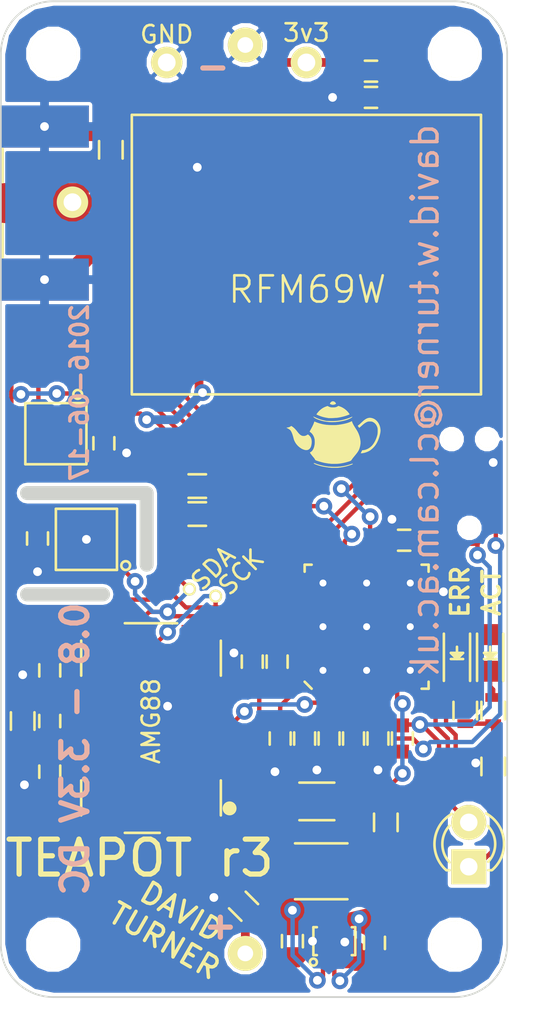
<source format=kicad_pcb>
(kicad_pcb (version 20211014) (generator pcbnew)
  (layers (0 "F.Cu" signal) (31 "B.Cu" signal) (34 "B.Paste" user) (35 "F.Paste" user) (36 "B.SilkS" user "B.Silkscreen") (37 "F.SilkS" user "F.Silkscreen") (38 "B.Mask" user) (39 "F.Mask" user) (44 "Edge.Cuts" user))
  (net 0 "")
  (net 1 "Net-(C1-Pad1)")
  (net 2 "GND")
  (net 3 "+3V3")
  (net 4 "Net-(C8-Pad1)")
  (net 5 "Net-(C9-Pad1)")
  (net 6 "/nRST")
  (net 7 "Net-(D3-Pad2)")
  (net 8 "Net-(D4-Pad1)")
  (net 9 "Net-(D5-Pad1)")
  (net 10 "Net-(L1-Pad2)")
  (net 11 "/SWDIO")
  (net 12 "/SWCLK")
  (net 13 "/LIGHT_SENSE")
  (net 14 "/I2C_SCK")
  (net 15 "/I2C_SDA")
  (net 16 "/RFM_RESET")
  (net 17 "/RFM_SCK")
  (net 18 "/RFM_MISO")
  (net 19 "/RFM_MOSI")
  (net 20 "/RFM_NSS")
  (net 21 "/LED_GREEN")
  (net 22 "/LED_YELLOW")
  (net 23 "/LIGHT_EN")
  (net 24 "/BATT_MON")
  (net 25 "Net-(U4-Pad3)")
  (net 26 "Net-(U4-Pad4)")
  (net 27 "Net-(U4-Pad5)")
  (net 28 "Net-(U4-Pad7)")
  (net 29 "Net-(U4-Pad16)")
  (net 30 "Net-(U6-Pad3)")
  (net 31 "Net-(U6-Pad4)")
  (net 32 "Net-(P3-Pad6)")
  (net 33 "Net-(U101-Pad11)")
  (net 34 "Net-(U101-Pad14)")
  (net 35 "Net-(U101-Pad8)")
  (net 36 "Net-(U101-Pad1)")
  (net 37 "Net-(U101-Pad7)")
  (net 38 "Net-(IC101-Pad5)")
  (net 39 "Net-(IC101-Pad6)")
  (net 40 "Net-(IC101-Pad11)")
  (net 41 "Net-(IC101-Pad14)")
  (net 42 "Net-(IC101-Pad15)")
  (net 43 "Net-(IC101-Pad16)")
  (net 44 "Net-(IC101-Pad20)")
  (net 45 "Net-(IC101-Pad21)")
  (net 46 "Net-(IC101-Pad22)")
  (net 47 "Net-(IC101-Pad25)")
  (net 48 "Net-(IC101-Pad26)")
  (net 49 "Net-(IC101-Pad27)")
  (net 50 "Net-(IC101-Pad28)")
  (net 51 "Net-(IC101-Pad29)")
  (net 52 "Net-(IC101-Pad30)")
  (net 53 "Net-(IC101-Pad31)")
  (net 54 "Net-(IC101-Pad35)")
  (net 55 "Net-(IC101-Pad36)")
  (net 56 "Net-(IC101-Pad38)")
  (net 57 "Net-(IC101-Pad45)")
  (net 58 "Net-(IC101-Pad46)")
  (net 59 "/AMG88_INT")
  (net 60 "Net-(C103-Pad1)")
  (net 61 "Net-(C102-Pad1)")
  (net 62 "Net-(C102-Pad2)")
  (net 63 "Net-(U4-Pad2)")
  (net 64 "Net-(U4-Pad6)")
  (net 65 "Net-(IC101-Pad19)")
  (footprint "Capacitors_SMD:C_0603" (layer "F.Cu") (at 128.7 139.8 -90)
    (fp_text reference "C1" hide)
    (fp_text value "10u")
  )
  (footprint "Capacitors_SMD:C_0603" (layer "F.Cu") (at 133.4 139.9 -90)
    (fp_text reference "C3" hide)
    (fp_text value "10u")
  )
  (footprint "Capacitors_SMD:C_0603" (layer "F.Cu") (at 133.2 90 180)
    (fp_text reference "C6" hide)
    (fp_text value "10u")
  )
  (footprint "Capacitors_SMD:C_0603" (layer "F.Cu") (at 133.2 91.5 180)
    (fp_text reference "C7" hide)
    (fp_text value "100n")
  )
  (footprint "Capacitors_SMD:C_0603" (layer "F.Cu") (at 130.8 128.2 -90)
    (fp_text reference "C8" hide)
    (fp_text value "15p")
  )
  (footprint "Capacitors_SMD:C_0603" (layer "F.Cu") (at 129.4 128.2 -90)
    (fp_text reference "C9" hide)
    (fp_text value "15p")
  )
  (footprint "Capacitors_SMD:C_0603" (layer "F.Cu") (at 132.2 128.2 -90)
    (fp_text reference "C10" hide)
    (fp_text value "100n")
  )
  (footprint "Capacitors_SMD:C_0603" (layer "F.Cu") (at 135.1 116.85 180)
    (fp_text reference "C11" hide)
    (fp_text value "100n")
  )
  (footprint "Capacitors_SMD:C_0603" (layer "F.Cu") (at 135 128.2 -90)
    (fp_text reference "C12" hide)
    (fp_text value "1u")
  )
  (footprint "Capacitors_SMD:C_0603" (layer "F.Cu") (at 133.6 128.2 -90)
    (fp_text reference "C13" hide)
    (fp_text value "100n")
  )
  (footprint "Capacitors_SMD:C_0603" (layer "F.Cu") (at 114.1 116.75 90)
    (fp_text reference "C14" hide)
    (fp_text value "100n")
  )
  (footprint "Capacitors_SMD:C_0603" (layer "F.Cu") (at 127.825 123.8 90)
    (fp_text reference "C15" hide)
    (fp_text value "100n")
  )
  (footprint "Capacitors_SMD:C_0603" (layer "F.Cu") (at 126.4 123.8 90)
    (fp_text reference "C16" hide)
    (fp_text value "10u")
  )
  (footprint "Capacitors_SMD:C_0603" (layer "F.Cu") (at 117.9 111.3 -90)
    (fp_text reference "C17" hide)
    (fp_text value "100n")
  )
  (footprint "Resistors_SMD:R_0603" (layer "F.Cu") (at 125.9 137.8 135)
    (fp_text reference "D1" hide)
    (fp_text value "TVS_small")
  )
  (footprint "Resistors_SMD:R_0603" (layer "F.Cu") (at 118.3 94.5 -90)
    (fp_text reference "D3" hide)
    (fp_text value "TVS_small")
  )
  (footprint "LEDs:LED_0805" (layer "F.Cu") (at 140.025 123.3 90)
    (fp_text reference "D4" hide)
    (fp_text value "GREEN")
  )
  (footprint "LEDs:LED_0805" (layer "F.Cu") (at 138.125 123.3 90)
    (fp_text reference "D5" hide)
    (fp_text value "YELLOW")
  )
  (footprint "footprints:Inductor_1212" (layer "F.Cu") (at 130.35 135.8)
    (fp_text reference "L1" hide)
    (fp_text value "4u7")
  )
  (footprint "agg:TC2030-NL" (layer "F.Cu") (at 138.83 113.6 90)
    (fp_text reference "P3")
    (fp_text value "SWD_TC")
  )
  (footprint "LEDs:LED-3MM" (layer "F.Cu") (at 138.8 135.54 90)
    (fp_text reference "Q1" hide)
    (fp_text value "TEPT4400")
  )
  (footprint "Resistors_SMD:R_0603" (layer "F.Cu") (at 134.05 133 90)
    (fp_text reference "R1" hide)
    (fp_text value "10k")
  )
  (footprint "Resistors_SMD:R_0603" (layer "F.Cu") (at 123.25 115.35)
    (fp_text reference "R3" hide)
    (fp_text value "10k")
  )
  (footprint "Resistors_SMD:R_0603" (layer "F.Cu") (at 123.25 113.75 180)
    (fp_text reference "R4" hide)
    (fp_text value "10k")
  )
  (footprint "Resistors_SMD:R_0603" (layer "F.Cu") (at 140.2 126.6 -90)
    (fp_text reference "R5" hide)
    (fp_text value "1k")
  )
  (footprint "Resistors_SMD:R_0603" (layer "F.Cu") (at 138.6 126.6 -90)
    (fp_text reference "R6" hide)
    (fp_text value "1k")
  )
  (footprint "Resistors_SMD:R_0603" (layer "F.Cu") (at 140.2 129.8 90)
    (fp_text reference "R7" hide)
    (fp_text value "10k")
  )
  (footprint "footprints:Test_point" (layer "F.Cu") (at 116.1 97.5)
    (fp_text reference "TP1" hide)
    (fp_text value "ANT" hide)
  )
  (footprint "footprints:Test_point" (layer "F.Cu") (at 129.5 89.5)
    (fp_text reference "TP2" hide)
    (fp_text value "3v3")
  )
  (footprint "footprints:Test_point" (layer "F.Cu") (at 121.5 89.5)
    (fp_text reference "TP3" hide)
    (fp_text value "GND")
  )
  (footprint "footprints:Test_point_mini" (layer "F.Cu") (at 124.3 120.05 45)
    (fp_text reference "TP4" hide)
    (fp_text value "SCK")
  )
  (footprint "footprints:Test_point_mini" (layer "F.Cu") (at 122.8 119.65 45)
    (fp_text reference "TP5" hide)
    (fp_text value "SDA")
  )
  (footprint "footprints:SC-70" (layer "F.Cu") (at 131.1 139.8)
    (fp_text reference "U2" hide)
    (fp_text value "TLV61225" hide)
  )
  (footprint "footprints:RFM69" (layer "F.Cu") (at 129.5 100.5 180)
    (fp_text reference "U4" hide)
    (fp_text value "RFM69W")
  )
  (footprint "footprints:HTU21D" (layer "F.Cu") (at 116.9 116.8 180)
    (fp_text reference "U6" hide)
    (fp_text value "HTU21D" hide)
  )
  (footprint "footprints:MS563702" (layer "F.Cu") (at 115.15 110.75 -90)
    (fp_text reference "U7" hide)
    (fp_text value "MS5637" hide)
  )
  (footprint "footprints:XTAL_1206" (layer "F.Cu") (at 130.1 131.8 180)
    (fp_text reference "Y1" hide)
    (fp_text value "32.768k")
  )
  (footprint "footprints:AA_holder" (layer "F.Cu") (at 126 114.5 -90)
    (fp_text reference "P1" hide)
    (fp_text value "BATT" hide)
  )
  (footprint "footprints:AMG88" (layer "F.Cu") (at 120.6 127.6 90)
    (fp_text reference "U101" hide)
    (fp_text value "AMG88")
  )
  (footprint "agg:QFN-48-EP-ST" (layer "F.Cu") (at 132.95 121.8 90)
    (fp_text reference "IC101")
    (fp_text value "STM32F0xxCxUx")
  )
  (footprint "Mounting_Holes:MountingHole_2.7mm_M2.5" (layer "F.Cu") (at 115 89)
    (fp_text reference "X104" hide)
    (fp_text value "PART")
  )
  (footprint "Mounting_Holes:MountingHole_2.7mm_M2.5" (layer "F.Cu") (at 138 89)
    (fp_text reference "X103" hide)
    (fp_text value "PART")
  )
  (footprint "Mounting_Holes:MountingHole_2.7mm_M2.5" (layer "F.Cu") (at 115 140)
    (fp_text reference "X102" hide)
    (fp_text value "PART")
  )
  (footprint "Mounting_Holes:MountingHole_2.7mm_M2.5" (layer "F.Cu") (at 138 140)
    (fp_text reference "X101" hide)
    (fp_text value "PART")
  )
  (footprint "Capacitors_SMD:C_0603" (layer "F.Cu") (at 128 128.2 -90)
    (fp_text reference "C101" hide)
    (fp_text value "100n")
  )
  (footprint "Resistors_SMD:R_0603" (layer "F.Cu") (at 113.25 127.2 90)
    (fp_text reference "R101" hide)
    (fp_text value "20R")
  )
  (footprint "Capacitors_SMD:C_0603" (layer "F.Cu") (at 114.8 127.2 -90)
    (fp_text reference "C102" hide)
    (fp_text value "1u")
  )
  (footprint "Capacitors_SMD:C_0603" (layer "F.Cu") (at 114.8 130.1 -90)
    (fp_text reference "C103" hide)
    (fp_text value "1.5uF")
  )
  (footprint "Capacitors_SMD:C_0603" (layer "F.Cu") (at 114.8 124.3 90)
    (fp_text reference "C104" hide)
    (fp_text value "10u")
  )
  (footprint "footprints:teapot" (layer "F.Cu") (at 130.95 110.8)
    (fp_text reference "X105" hide)
    (fp_text value "PART" hide)
  )
  (footprint "footprints:SMA-142-0701-801" (layer "F.Cu") (at 114.5 97.55 90)
    (fp_text reference "P101" hide)
    (fp_text value "SMA" hide)
  )
  (gr_arc (start 115 143) (mid 112.87868 142.12132) (end 112 140) (layer "Edge.Cuts") (width 0.1))
  (gr_line (start 113.5 114.15) (end 120.35 114.15) (layer "Edge.Cuts") (width 0.8))
  (gr_arc (start 138 86) (mid 140.12132 86.87868) (end 141 89) (layer "Edge.Cuts") (width 0.1))
  (gr_line (start 141 140) (end 141 89) (layer "Edge.Cuts") (width 0.1))
  (gr_arc (start 112 89) (mid 112.87868 86.87868) (end 115 86) (layer "Edge.Cuts") (width 0.1))
  (gr_line (start 120.35 114.15) (end 120.35 118.25) (layer "Edge.Cuts") (width 0.8))
  (gr_line (start 138 86) (end 115 86) (layer "Edge.Cuts") (width 0.1))
  (gr_line (start 113.5 119.95) (end 117.85 119.95) (layer "Edge.Cuts") (width 0.8))
  (gr_line (start 112 89) (end 112 140) (layer "Edge.Cuts") (width 0.1))
  (gr_line (start 115 143) (end 138 143) (layer "Edge.Cuts") (width 0.1))
  (gr_arc (start 141 140) (mid 140.12132 142.12132) (end 138 143) (layer "Edge.Cuts") (width 0.1))
  (gr_text "2016-06-17" (at 116.5 108.4 90) (layer "B.SilkS") (effects (font (size 1 1) (thickness 0.2)) (justify mirror)))
  (gr_text "+" (at 124.57 138.89) (layer "B.SilkS") (effects (font (size 1.5 1.5) (thickness 0.3)) (justify mirror)))
  (gr_text "david.w.turner@cl.cam.ac.uk" (at 136.3 108.85 90) (layer "B.SilkS") (effects (font (size 1.5 1.5) (thickness 0.2)) (justify mirror)))
  (gr_text "-" (at 124.14 89.71) (layer "B.SilkS") (effects (font (size 1.5 1.5) (thickness 0.3)) (justify mirror)))
  (gr_text "0.8 - 3.3V DC" (at 116.25 128.8 90) (layer "B.SilkS") (effects (font (size 1.5 1.5) (thickness 0.3)) (justify mirror)))
  (gr_text "DAVID\nTURNER" (at 121.85 138.95 -30) (layer "F.SilkS") (effects (font (size 1.2 1.2) (thickness 0.2))))
  (gr_text "TEAPOT r3" (at 119.95 135.05) (layer "F.SilkS") (effects (font (size 2 2) (thickness 0.3))))
  (gr_text "ERR" (at 138.3 119.8 90) (layer "F.SilkS") (effects (font (size 1 1) (thickness 0.2))))
  (gr_text "ACT" (at 140.1 119.85 90) (layer "F.SilkS") (effects (font (size 1 1) (thickness 0.2))))
  (segment (start 128.7 139.05) (end 128.7 138.25) (width 0.3) (layer "F.Cu") (net 1))
  (segment (start 126.72 138.03) (end 128.7 138.03) (width 0.5) (layer "F.Cu") (net 1))
  (segment (start 127.65 137.25) (end 128.43 138.03) (width 0.25) (layer "F.Cu") (net 1))
  (segment (start 130.45 141.8) (end 130.21 142.04) (width 0.25) (layer "F.Cu") (net 1))
  (segment (start 128.43 138.03) (end 128.7 138.03) (width 0.25) (layer "F.Cu") (net 1))
  (segment (start 126.2 139.9) (end 126.2 140.5) (width 0.75) (layer "F.Cu") (net 1))
  (segment (start 128.5 136.35) (end 129.05 135.8) (width 0.25) (layer "F.Cu") (net 1))
  (segment (start 128 133.75) (end 127.65 134.1) (width 0.25) (layer "F.Cu") (net 1))
  (segment (start 126 138.75) (end 126.72 138.03) (width 0.5) (layer "F.Cu") (net 1))
  (segment (start 126 140.5) (end 126 138.75) (width 0.5) (layer "F.Cu") (net 1))
  (segment (start 130.45 138.7) (end 129.05 138.7) (width 0.3) (layer "F.Cu") (net 1))
  (segment (start 129.05 138.7) (end 128.7 139.05) (width 0.3) (layer "F.Cu") (net 1))
  (segment (start 134.05 133.75) (end 128 133.75) (width 0.25) (layer "F.Cu") (net 1))
  (segment (start 128.7 138.03) (end 128.71 138.02) (width 0.25) (layer "F.Cu") (net 1))
  (segment (start 128.7 138.25) (end 128.7 138.03) (width 0.25) (layer "F.Cu") (net 1))
  (segment (start 130.45 140.9) (end 130.45 141.8) (width 0.25) (layer "F.Cu") (net 1))
  (segment (start 127.65 134.1) (end 127.65 137.25) (width 0.25) (layer "F.Cu") (net 1))
  (segment (start 128.45 138.8) (end 128.7 139.05) (width 0.75) (layer "F.Cu") (net 1))
  (segment (start 130.21 142.04) (end 130.13 142.04) (width 0.25) (layer "F.Cu") (net 1))
  (via (at 128.7 138.03) (size 0.96) (drill 0.5) (layers "F.Cu" "B.Cu") (net 1))
  (via (at 130.13 142.04) (size 0.96) (drill 0.5) (layers "F.Cu" "B.Cu") (net 1))
  (segment (start 128.71 140.44) (end 128.71 138.02) (width 0.25) (layer "B.Cu") (net 1))
  (segment (start 130.13 142.04) (end 128.71 140.62) (width 0.25) (layer "B.Cu") (net 1))
  (segment (start 128.71 140.62) (end 128.71 140.44) (width 0.25) (layer "B.Cu") (net 1))
  (segment (start 128.325 122.55) (end 127.825 123.05) (width 0.25) (layer "F.Cu") (net 2))
  (segment (start 114.8 123.55) (end 114.25 123.55) (width 0.25) (layer "F.Cu") (net 2))
  (segment (start 120.65 97.5) (end 120.05 97.5) (width 1) (layer "F.Cu") (net 2))
  (segment (start 120.65 93.5) (end 114.8315 93.5) (width 1) (layer "F.Cu") (net 2))
  (segment (start 128.9 124.05) (end 129.575 124.05) (width 0.25) (layer "F.Cu") (net 2))
  (segment (start 132.9 140.65) (end 132.1 139.85) (width 0.25) (layer "F.Cu") (net 2))
  (segment (start 127.9 123.05) (end 128.9 124.05) (width 0.25) (layer "F.Cu") (net 2))
  (segment (start 130.4 139.85) (end 130.35 139.8) (width 0.25) (layer "F.Cu") (net 2))
  (segment (start 121.84 125.06) (end 121.55 125.35) (width 0.25) (layer "F.Cu") (net 2))
  (segment (start 134.35 115.7) (end 134.4 115.65) (width 0.25) (layer "F.Cu") (net 2))
  (segment (start 116.9 111.75) (end 117.2 112.05) (width 0.25) (layer "F.Cu") (net 2))
  (segment (start 139.47 112.33) (end 140.13 112.33) (width 0.25) (layer "F.Cu") (net 2))
  (segment (start 130.1 128.95) (end 129.4 128.95) (width 0.25) (layer "F.Cu") (net 2))
  (segment (start 118.3 93.75) (end 120.4 93.75) (width 0.25) (layer "F.Cu") (net 2))
  (segment (start 130.35 139.8) (end 129.85 139.8) (width 0.25) (layer "F.Cu") (net 2))
  (segment (start 133.6 128.95) (end 135 128.95) (width 0.25) (layer "F.Cu") (net 2))
  (segment (start 121.57 126.33) (end 121.55 126.35) (width 0.25) (layer "F.Cu") (net 2))
  (segment (start 133.7 122.55) (end 132.95 121.8) (width 0.25) (layer "F.Cu") (net 2))
  (segment (start 140.2 127.35) (end 140.2 129.05) (width 0.25) (layer "F.Cu") (net 2))
  (segment (start 125.6 123.05) (end 125.35 123.3) (width 0.25) (layer "F.Cu") (net 2))
  (segment (start 130.1 128.95) (end 130.1 130) (width 0.25) (layer "F.Cu") (net 2))
  (segment (start 114.8 130.85) (end 113.35 130.85) (width 0.25) (layer "F.Cu") (net 2))
  (segment (start 133.6 128.95) (end 132.2 128.95) (width 0.25) (layer "F.Cu") (net 2))
  (segment (start 122.55 97.5) (end 120.65 97.5) (width 1) (layer "F.Cu") (net 2))
  (segment (start 127.825 123.05) (end 127.9 123.05) (width 0.25) (layer "F.Cu") (net 2))
  (segment (start 115.4185 101.9315) (end 114.5 101.9315) (width 1) (layer "F.Cu") (net 2))
  (segment (start 118.25 116.8) (end 116.9 116.8) (width 0.25) (layer "F.Cu") (net 2))
  (segment (start 133.7 125.175) (end 133.7 122.55) (width 0.25) (layer "F.Cu") (net 2))
  (segment (start 131.7 139.85) (end 130.4 139.85) (width 0.25) (layer "F.Cu") (net 2))
  (segment (start 140.2 127.35) (end 138.6 127.35) (width 0.25) (layer "F.Cu") (net 2))
  (segment (start 120.4 93.75) (end 120.65 93.5) (width 0.25) (layer "F.Cu") (net 2))
  (segment (start 117.2 112.05) (end 117.9 112.05) (width 0.25) (layer "F.Cu") (net 2))
  (segment (start 126.4 123.05) (end 127.825 123.05) (width 0.25) (layer "F.Cu") (net 2))
  (segment (start 113.25 126.45) (end 113.25 124.55) (width 0.25) (layer "F.Cu") (net 2))
  (segment (start 126.4 123.05) (end 125.6 123.05) (width 0.25) (layer "F.Cu") (net 2))
  (segment (start 123.65 125.06) (end 121.84 125.06) (width 0.25) (layer "F.Cu") (net 2))
  (segment (start 130.8 128.95) (end 130.1 128.95) (width 0.25) (layer "F.Cu") (net 2))
  (segment (start 136.325 119.55) (end 137.1 119.55) (width 0.25) (layer "F.Cu") (net 2))
  (segment (start 140.13 112.33) (end 140.2 112.4) (width 0.25) (layer "F.Cu") (net 2))
  (segment (start 135.2 119.55) (end 132.95 121.8) (width 0.25) (layer "F.Cu") (net 2))
  (segment (start 123.25 94.35) (end 123.25 95.5) (width 1) (layer "F.Cu") (net 2))
  (segment (start 132.45 90) (end 132.45 91.5) (width 0.5) (layer "F.Cu") (net 2))
  (segment (start 125.36967 137.26967) (end 124.23033 137.26967) (width 0.25) (layer "F.Cu") (net 2))
  (segment (start 132.2 122.55) (end 132.95 121.8) (width 0.25) (layer "F.Cu") (net 2))
  (segment (start 132.45 91.5) (end 131 91.5) (width 0.5) (layer "F.Cu") (net 2))
  (segment (start 140.2 129.05) (end 139.75 129.05) (width 0.25) (layer "F.Cu") (net 2))
  (segment (start 134.35 116.85) (end 134.35 115.7) (width 0.25) (layer "F.Cu") (net 2))
  (segment (start 123.65 126.33) (end 121.57 126.33) (width 0.25) (layer "F.Cu") (net 2))
  (segment (start 137.1 119.55) (end 137.35 119.8) (width 0.25) (layer "F.Cu") (net 2))
  (segment (start 114.8315 93.5) (end 114.5 93.1685) (width 1) (layer "F.Cu") (net 2))
  (segment (start 133.6 128.95) (end 133.6 130) (width 0.25) (layer "F.Cu") (net 2))
  (segment (start 123.25 95.5) (end 123.25 96.8) (width 1) (layer "F.Cu") (net 2))
  (segment (start 133.4 140.65) (end 132.85 140.65) (width 0.3) (layer "F.Cu") (net 2))
  (segment (start 121.55 125.35) (end 121.55 126.35) (width 0.25) (layer "F.Cu") (net 2))
  (segment (start 114.1 117.5) (end 114.1 118.65) (width 0.25) (layer "F.Cu") (net 2))
  (segment (start 139.75 129.05) (end 139.2 129.6) (width 0.25) (layer "F.Cu") (net 2))
  (segment (start 129.575 122.55) (end 128.325 122.55) (width 0.25) (layer "F.Cu") (net 2))
  (segment (start 120.65 93.5) (end 122.4 93.5) (width 1) (layer "F.Cu") (net 2))
  (segment (start 119 112.05) (end 119.2 111.85) (width 0.25) (layer "F.Cu") (net 2))
  (segment (start 114.1 117.5) (end 114.1 117.55) (width 0.25) (layer "F.Cu") (net 2))
  (segment (start 114.25 123.55) (end 113.25 124.55) (width 0.25) (layer "F.Cu") (net 2))
  (segment (start 132.1 139.85) (end 131.7 139.85) (width 0.25) (layer "F.Cu") (net 2))
  (segment (start 117.9 112.05) (end 119 112.05) (width 0.25) (layer "F.Cu") (net 2))
  (segment (start 122.4 93.5) (end 123.25 94.35) (width 1) (layer "F.Cu") (net 2))
  (segment (start 120.05 97.5) (end 115.6185 101.9315) (width 1) (layer "F.Cu") (net 2))
  (segment (start 123.25 96.8) (end 122.55 97.5) (width 1) (layer "F.Cu") (net 2))
  (segment (start 128 128.95) (end 128 129.8) (width 0.25) (layer "F.Cu") (net 2))
  (segment (start 133.4 140.65) (end 132.9 140.65) (width 0.25) (layer "F.Cu") (net 2))
  (segment (start 116.15 111.75) (end 116.9 111.75) (width 0.25) (layer "F.Cu") (net 2))
  (segment (start 115.6185 101.9315) (end 114.5 101.9315) (width 1) (layer "F.Cu") (net 2))
  (segment (start 128 129.8) (end 127.7 130.1) (width 0.25) (layer "F.Cu") (net 2))
  (via (at 130.1 130) (size 0.96) (drill 0.5) (layers "F.Cu" "B.Cu") (net 2))
  (via (at 114.5 101.9315) (size 0.96) (drill 0.5) (layers "F.Cu" "B.Cu") (net 2))
  (via (at 114.5 93.1685) (size 0.96) (drill 0.5) (layers "F.Cu" "B.Cu") (net 2))
  (via (at 114.1 118.65) (size 0.96) (drill 0.5) (layers "F.Cu" "B.Cu") (net 2))
  (via (at 137.35 119.8) (size 0.96) (drill 0.5) (layers "F.Cu" "B.Cu") (net 2))
  (via (at 133.6 130) (size 0.96) (drill 0.5) (layers "F.Cu" "B.Cu") (net 2))
  (via (at 116.9 116.8) (size 0.96) (drill 0.5) (layers "F.Cu" "B.Cu") (net 2))
  (via (at 140.2 112.4) (size 0.96) (drill 0.5) (layers "F.Cu" "B.Cu") (net 2))
  (via (at 113.35 130.85) (size 0.96) (drill 0.5) (layers "F.Cu" "B.Cu") (net 2))
  (via (at 113.25 124.55) (size 0.96) (drill 0.5) (layers "F.Cu" "B.Cu") (net 2))
  (via (at 131 91.5) (size 0.96) (drill 0.5) (layers "F.Cu" "B.Cu") (net 2))
  (via (at 134.4 115.65) (size 0.96) (drill 0.5) (layers "F.Cu" "B.Cu") (net 2))
  (via (at 119.2 111.85) (size 0.96) (drill 0.5) (layers "F.Cu" "B.Cu") (net 2))
  (via (at 124.2 137.3) (size 0.96) (drill 0.5) (layers "F.Cu" "B.Cu") (net 2))
  (via (at 123.25 95.5) (size 0.96) (drill 0.5) (layers "F.Cu" "B.Cu") (net 2))
  (via (at 139.2 129.6) (size 0.96) (drill 0.5) (layers "F.Cu" "B.Cu") (net 2))
  (via (at 131.7 139.85) (size 0.96) (drill 0.5) (layers "F.Cu" "B.Cu") (net 2))
  (via (at 129.85 139.8) (size 0.96) (drill 0.5) (layers "F.Cu" "B.Cu") (net 2))
  (via (at 125.35 123.3) (size 0.96) (drill 0.5) (layers "F.Cu" "B.Cu") (net 2))
  (via (at 121.55 126.35) (size 0.96) (drill 0.5) (layers "F.Cu" "B.Cu") (net 2))
  (via (at 127.7 130.1) (size 0.96) (drill 0.5) (layers "F.Cu" "B.Cu") (net 2))
  (segment (start 114.8 125.05) (end 117.54 125.05) (width 0.25) (layer "F.Cu") (net 3))
  (segment (start 127.825 124.55) (end 129.575 124.55) (width 0.25) (layer "F.Cu") (net 3))
  (segment (start 137.1 129.1) (end 136.4 129.8) (width 0.25) (layer "F.Cu") (net 3))
  (segment (start 133.625 88.8) (end 133.95 89.125) (width 0.5) (layer "F.Cu") (net 3))
  (segment (start 136.75 119.05) (end 136.325 119.05) (width 0.25) (layer "F.Cu") (net 3))
  (segment (start 115.15 116.8) (end 114.35 116) (width 0.25) (layer "F.Cu") (net 3))
  (segment (start 131.472792 88.8) (end 133.625 88.8) (width 0.5) (layer "F.Cu") (net 3))
  (segment (start 133.6 126.6) (end 133.6 127.45) (width 0.25) (layer "F.Cu") (net 3))
  (segment (start 113.15 108.5) (end 112.6 108.5) (width 0.25) (layer "F.Cu") (net 3))
  (segment (start 116.4 110) (end 116.15 109.75) (width 0.25) (layer "F.Cu") (net 3))
  (segment (start 132.34 138.7) (end 131.75 138.7) (width 0.25) (layer "F.Cu") (net 3))
  (segment (start 128.3 89.5) (end 124.65 93.15) (width 0.5) (layer "F.Cu") (net 3))
  (segment (start 136.95 118.25) (end 136.95 118.85) (width 0.25) (layer "F.Cu") (net 3))
  (segment (start 133.6 127.45) (end 135 127.45) (width 0.25) (layer "F.Cu") (net 3))
  (segment (start 115.55 116.8) (end 115.15 116.8) (width 0.25) (layer "F.Cu") (net 3))
  (segment (start 129.5 89.5) (end 130.772792 89.5) (width 0.5) (layer "F.Cu") (net 3))
  (segment (start 116.5 107.1) (end 113.25 107.1) (width 0.25) (layer "F.Cu") (net 3))
  (segment (start 136.95 118.85) (end 136.75 119.05) (width 0.25) (layer "F.Cu") (net 3))
  (segment (start 139.3 117.05) (end 139.3 117.7) (width 0.25) (layer "F.Cu") (net 3))
  (segment (start 123.6 103.8) (end 123.35 104.05) (width 0.5) (layer "F.Cu") (net 3))
  (segment (start 139.47 114.87) (end 139.47 115.37) (width 0.25) (layer "F.Cu") (net 3))
  (segment (start 134.2 125.175) (end 134.2 126) (width 0.25) (layer "F.Cu") (net 3))
  (segment (start 123.75 98.3) (end 123.6 98.45) (width 0.5) (layer "F.Cu") (net 3))
  (segment (start 128 126.35) (end 128 127.45) (width 0.25) (layer "F.Cu") (net 3))
  (segment (start 126.4 125.25) (end 126.4 124.55) (width 0.25) (layer "F.Cu") (net 3))
  (segment (start 113.25 107.1) (end 112.6 107.75) (width 0.25) (layer "F.Cu") (net 3))
  (segment (start 123.35 104.05) (end 123.35 108.2) (width 0.5) (layer "F.Cu") (net 3))
  (segment (start 129.175 125.175) (end 128 126.35) (width 0.25) (layer "F.Cu") (net 3))
  (segment (start 120 109.6) (end 120.35 109.95) (width 0.25) (layer "F.Cu") (net 3))
  (segment (start 139.75 115.65) (end 139.75 116.6) (width 0.25) (layer "F.Cu") (net 3))
  (segment (start 124 113.75) (end 124 113.15) (width 0.25) (layer "F.Cu") (net 3))
  (segment (start 136.1 127.4) (end 137.1 128.4) (width 0.25) (layer "F.Cu") (net 3))
  (segment (start 127.25 127.45) (end 128 127.45) (width 0.25) (layer "F.Cu") (net 3))
  (segment (start 117.95 110.5) (end 117.9 110.55) (width 0.25) (layer "F.Cu") (net 3))
  (segment (start 139.75 116.6) (end 139.3 117.05) (width 0.25) (layer "F.Cu") (net 3))
  (segment (start 131.1 140.9) (end 131.1 141.75) (width 0.25) (layer "F.Cu") (net 3))
  (segment (start 126.8 131.85) (end 126.8 131.05) (width 0.25) (layer "F.Cu") (net 3))
  (segment (start 132.77 138.52) (end 133.4 139.15) (width 0.25) (layer "F.Cu") (net 3))
  (segment (start 133.95 91.5) (end 133.95 91.55) (width 0.25) (layer "F.Cu") (net 3))
  (segment (start 132.52 138.52) (end 132.77 138.52) (width 0.25) (layer "F.Cu") (net 3))
  (segment (start 113.6 116) (end 112.6 116) (width 0.25) (layer "F.Cu") (net 3))
  (segment (start 132.4 133.05) (end 132.35 133.1) (width 0.25) (layer "F.Cu") (net 3))
  (segment (start 135.05 127.4) (end 135 127.45) (width 0.25) (layer "F.Cu") (net 3))
  (segment (start 134.2 126) (end 133.6 126.6) (width 0.25) (layer "F.Cu") (net 3))
  (segment (start 136.4 133.05) (end 136.4 135.49) (width 0.25) (layer "F.Cu") (net 3))
  (segment (start 135.85 116.85) (end 135.85 117.15) (width 0.25) (layer "F.Cu") (net 3))
  (segment (start 116.4 123.45) (end 118.5 123.45) (width 0.25) (layer "F.Cu") (net 3))
  (segment (start 123.35 108.2) (end 123.55 108.4) (width 0.5) (layer "F.Cu") (net 3))
  (segment (start 135.85 117.15) (end 136.95 118.25) (width 0.25) (layer "F.Cu") (net 3))
  (segment (start 132.35 133.1) (end 128.05 133.1) (width 0.25) (layer "F.Cu") (net 3))
  (segment (start 113.45 121.4) (end 112.6 120.55) (width 0.25) (layer "F.Cu") (net 3))
  (segment (start 133.4 139.15) (end 133.4 138.75) (width 0.25) (layer "F.Cu") (net 3))
  (segment (start 119.21 130.14) (end 120.2 129.15) (width 0.25) (layer "F.Cu") (net 3))
  (segment (start 136 127.4) (end 136.1 127.4) (width 0.25) (layer "F.Cu") (net 3))
  (segment (start 114.35 121.4) (end 113.45 121.4) (width 0.25) (layer "F.Cu") (net 3))
  (segment (start 114.1 116) (end 113.6 116) (width 0.25) (layer "F.Cu") (net 3))
  (segment (start 126.8 127.45) (end 126.8 125.65) (width 0.25) (layer "F.Cu") (net 3))
  (segment (start 136.85 93.5) (end 138.35 93.5) (width 0.5) (layer "F.Cu") (net 3))
  (segment (start 136.4 135.75) (end 136.4 135.49) (width 0.25) (layer "F.Cu") (net 3))
  (segment (start 114.8 125.05) (end 116.4 123.45) (width 0.25) (layer "F.Cu") (net 3))
  (segment (start 124.65 93.15) (end 124.65 97.4) (width 0.5) (layer "F.Cu") (net 3))
  (segment (start 112.6 116) (end 112.6 108.5) (width 0.25) (layer "F.Cu") (net 3))
  (segment (start 116.5 107.1) (end 119 109.6) (width 0.25) (layer "F.Cu") (net 3))
  (segment (start 133.4 138.75) (end 136.4 135.75) (width 0.25) (layer "F.Cu") (net 3))
  (segment (start 124 113.75) (end 124 115.35) (width 0.25) (layer "F.Cu") (net 3))
  (segment (start 136.4 133.05) (end 132.4 133.05) (width 0.25) (layer "F.Cu") (net 3))
  (segment (start 119.5 124.45) (end 119.5 128.45) (width 0.25) (layer "F.Cu") (net 3))
  (segment (start 139.47 114.87) (end 139.47 115.07) (width 0.25) (layer "F.Cu") (net 3))
  (segment (start 114.35 116) (end 114.1 116) (width 0.25) (layer "F.Cu") (net 3))
  (segment (start 132.52 138.52) (end 132.34 138.7) (width 0.25) (layer "F.Cu") (net 3))
  (segment (start 136.05 117.05) (end 135.85 116.85) (width 0.25) (layer "F.Cu") (net 3))
  (segment (start 136.4 129.8) (end 136.4 133.05) (width 0.25) (layer "F.Cu") (net 3))
  (segment (start 126.8 125.65) (end 126.4 125.25) (width 0.25) (layer "F.Cu") (net 3))
  (segment (start 130.2 125.175) (end 129.175 125.175) (width 0.25) (layer "F.Cu") (net 3))
  (segment (start 118.5 123.45) (end 119.5 124.45) (width 0.25) (layer "F.Cu") (net 3))
  (segment (start 134.85 91.5) (end 136.85 93.5) (width 0.5) (layer "F.Cu") (net 3))
  (segment (start 131.1 141.75) (end 131.42 142.07) (width 0.25) (layer "F.Cu") (net 3))
  (segment (start 126.8 131.05) (end 126.8 127.45) (width 0.25) (layer "F.Cu") (net 3))
  (segment (start 127.25 127.45) (end 126.8 127.45) (width 0.25) (layer "F.Cu") (net 3))
  (segment (start 117.1 109.05) (end 116.5 108.45) (width 0.25) (layer "F.Cu") (net 3))
  (segment (start 117.55 130.14) (end 119.21 130.14) (width 0.25) (layer "F.Cu") (net 3))
  (segment (start 133.95 90) (end 133.95 91.5) (width 0.5) (layer "F.Cu") (net 3))
  (segment (start 112.6 107.75) (end 112.6 108.5) (width 0.25) (layer "F.Cu") (net 3))
  (segment (start 117.54 125.05) (end 117.55 125.06) (width 0.25) (layer "F.Cu") (net 3))
  (segment (start 122.1 131.05) (end 126.8 131.05) (width 0.25) (layer "F.Cu") (net 3))
  (segment (start 124 113.15) (end 120.8 109.95) (width 0.25) (layer "F.Cu") (net 3))
  (segment (start 117.1 109.75) (end 117.9 110.55) (width 0.25) (layer "F.Cu") (net 3))
  (segment (start 123.6 98.45) (end 123.6 103.8) (width 0.5) (layer "F.Cu") (net 3))
  (segment (start 124.65 97.4) (end 123.75 98.3) (width 0.5) (layer "F.Cu") (net 3))
  (segment (start 126.4 124.55) (end 127.825 124.55) (width 0.25) (layer "F.Cu") (net 3))
  (segment (start 129.5 89.5) (end 128.3 89.5) (width 0.5) (layer "F.Cu") (net 3))
  (segment (start 133.95 91.5) (end 134.85 91.5) (width 0.5) (layer "F.Cu") (net 3))
  (segment (start 119 109.6) (end 120 109.6) (width 0.25) (layer "F.Cu") (net 3))
  (segment (start 116.15 109.75) (end 117.1 109.75) (width 0.25) (layer "F.Cu") (net 3))
  (segment (start 120.8 109.95) (end 120.35 109.95) (width 0.25) (layer "F.Cu") (net 3))
  (segment (start 139.3 117.05) (end 136.05 117.05) (width 0.25) (layer "F.Cu") (net 3))
  (segment (start 116.5 108.45) (end 115.2 108.45) (width 0.25) (layer "F.Cu") (net 3))
  (segment (start 139.47 115.37) (end 139.75 115.65) (width 0.25) (layer "F.Cu") (net 3))
  (segment (start 112.6 120.55) (end 112.6 116) (width 0.25) (layer "F.Cu") (net 3))
  (segment (start 136 127.4) (end 135.05 127.4) (width 0.25) (layer "F.Cu") (net 3))
  (segment (start 128.05 133.1) (end 126.8 131.85) (width 0.25) (layer "F.Cu") (net 3))
  (segment (start 133.95 89.125) (end 133.95 90) (width 0.5) (layer "F.Cu") (net 3))
  (segment (start 117.1 109.75) (end 117.1 109.05) (width 0.25) (layer "F.Cu") (net 3))
  (segment (start 119.5 128.45) (end 120.2 129.15) (width 0.25) (layer "F.Cu") (net 3))
  (segment (start 114.35 121.4) (end 116.4 123.45) (width 0.25) (layer "F.Cu") (net 3))
  (segment (start 137.1 128.4) (end 137.1 129.1) (width 0.25) (layer "F.Cu") (net 3))
  (segment (start 120.2 129.15) (end 122.1 131.05) (width 0.25) (layer "F.Cu") (net 3))
  (segment (start 130.772792 89.5) (end 131.472792 88.8) (width 0.5) (layer "F.Cu") (net 3))
  (segment (start 129.5 89.5) (end 130 89.5) (width 0.25) (layer "F.Cu") (net 3))
  (via (at 113.15 108.5) (size 0.96) (drill 0.5) (layers "F.Cu" "B.Cu") (net 3))
  (via (at 136 127.4) (size 0.96) (drill 0.5) (layers "F.Cu" "B.Cu") (net 3))
  (via (at 131.42 142.07) (size 0.96) (drill 0.5) (layers "F.Cu" "B.Cu") (net 3))
  (via (at 139.3 117.7) (size 0.96) (drill 0.5) (layers "F.Cu" "B.Cu") (net 3))
  (via (at 120.35 109.95) (size 0.96) (drill 0.5) (layers "F.Cu" "B.Cu") (net 3))
  (via (at 115.2 108.45) (size 0.96) (drill 0.5) (layers "F.Cu" "B.Cu") (net 3))
  (via (at 123.55 108.4) (size 0.96) (drill 0.5) (layers "F.Cu" "B.Cu") (net 3))
  (via (at 132.52 138.52) (size 0.96) (drill 0.5) (layers "F.Cu" "B.Cu") (net 3))
  (segment (start 140 119.15) (end 140 118.85) (width 0.25) (layer "B.Cu") (net 3))
  (segment (start 115.2 108.45) (end 113.2 108.45) (width 0.25) (layer "B.Cu") (net 3))
  (segment (start 140 126.4) (end 139 127.4) (width 0.25) (layer "B.Cu") (net 3))
  (segment (start 131.42 142.07) (end 132.52 140.97) (width 0.25) (layer "B.Cu") (net 3))
  (segment (start 132.52 140.97) (end 132.52 140.82) (width 0.25) (layer "B.Cu") (net 3))
  (segment (start 132.52 140.82) (end 132.52 138.52) (width 0.25) (layer "B.Cu") (net 3))
  (segment (start 137 127.4) (end 136 127.4) (width 0.25) (layer "B.Cu") (net 3))
  (segment (start 122 109.95) (end 120.35 109.95) (width 0.5) (layer "B.Cu") (net 3))
  (segment (start 140 121.8) (end 140 119.15) (width 0.25) (layer "B.Cu") (net 3))
  (segment (start 139.3 117.7) (end 140 118.4) (width 0.25) (layer "B.Cu") (net 3))
  (segment (start 139 127.4) (end 137 127.4) (width 0.25) (layer "B.Cu") (net 3))
  (segment (start 140 121.8) (end 140 126.2) (width 0.25) (layer "B.Cu") (net 3))
  (segment (start 140 118.4) (end 140 119.15) (width 0.25) (layer "B.Cu") (net 3))
  (segment (start 113.2 108.45) (end 113.15 108.5) (width 0.25) (layer "B.Cu") (net 3))
  (segment (start 123.55 108.4) (end 122 109.95) (width 0.5) (layer "B.Cu") (net 3))
  (segment (start 140 126.2) (end 140 126.4) (width 0.25) (layer "B.Cu") (net 3))
  (segment (start 130.8 127.1) (end 130.8 127.45) (width 0.25) (layer "F.Cu") (net 4))
  (segment (start 131.5 128.2) (end 131.5 131.65) (width 0.25) (layer "F.Cu") (net 4))
  (segment (start 130.8 127.5) (end 131.5 128.2) (width 0.25) (layer "F.Cu") (net 4))
  (segment (start 131.5 130.95) (end 131.55 131) (width 0.25) (layer "F.Cu") (net 4))
  (segment (start 130.8 127.45) (end 130.8 127.5) (width 0.25) (layer "F.Cu") (net 4))
  (segment (start 130.8 127.45) (end 130.8 127.6) (width 0.25) (layer "F.Cu") (net 4))
  (segment (start 131.5 131.65) (end 131.35 131.8) (width 0.25) (layer "F.Cu") (net 4))
  (segment (start 131.7 125.175) (end 131.7 126.2) (width 0.25) (layer "F.Cu") (net 4))
  (segment (start 131.7 126.2) (end 130.8 127.1) (width 0.25) (layer "F.Cu") (net 4))
  (segment (start 129.4 127.45) (end 129.15 127.45) (width 0.25) (layer "F.Cu") (net 5))
  (segment (start 128.7 127.9) (end 128.7 131.65) (width 0.25) (layer "F.Cu") (net 5))
  (segment (start 129.4 127.45) (end 129.35 127.45) (width 0.25) (layer "F.Cu") (net 5))
  (segment (start 129.15 127.45) (end 128.7 127.9) (width 0.25) (layer "F.Cu") (net 5))
  (segment (start 130.15 126.7) (end 129.4 127.45) (width 0.25) (layer "F.Cu") (net 5))
  (segment (start 130.55 126.7) (end 130.15 126.7) (width 0.25) (layer "F.Cu") (net 5))
  (segment (start 131.2 126.05) (end 130.55 126.7) (width 0.25) (layer "F.Cu") (net 5))
  (segment (start 131.2 125.175) (end 131.2 126.05) (width 0.25) (layer "F.Cu") (net 5))
  (segment (start 129.45 127.45) (end 129.4 127.45) (width 0.25) (layer "F.Cu") (net 5))
  (segment (start 128.7 131.65) (end 128.85 131.8) (width 0.25) (layer "F.Cu") (net 5))
  (segment (start 139.47 113.6) (end 140.35 114.48) (width 0.25) (layer "F.Cu") (net 6))
  (segment (start 136.2 128.8) (end 135.6 128.2) (width 0.25) (layer "F.Cu") (net 6))
  (segment (start 133.2 125.175) (end 133.2 126) (width 0.25) (layer "F.Cu") (net 6))
  (segment (start 135.6 128.2) (end 132.8 128.2) (width 0.25) (layer "F.Cu") (net 6))
  (segment (start 140.35 117.15) (end 140.35 115.15) (width 0.25) (layer "F.Cu") (net 6))
  (segment (start 140.35 114.48) (end 140.35 115.15) (width 0.25) (layer "F.Cu") (net 6))
  (segment (start 132.2 127) (end 132.2 127.45) (width 0.25) (layer "F.Cu") (net 6))
  (segment (start 132.2 127.6) (end 132.8 128.2) (width 0.25) (layer "F.Cu") (net 6))
  (segment (start 132.2 127.45) (end 132.2 127.6) (width 0.25) (layer "F.Cu") (net 6))
  (segment (start 133.2 126) (end 132.2 127) (width 0.25) (layer "F.Cu") (net 6))
  (segment (start 139.47 113.6) (end 139.47 113.67) (width 0.25) (layer "F.Cu") (net 6))
  (via (at 140.35 117.15) (size 0.96) (drill 0.5) (layers "F.Cu" "B.Cu") (net 6))
  (via (at 136.2 128.8) (size 0.96) (drill 0.5) (layers "F.Cu" "B.Cu") (net 6))
  (segment (start 140.6 126.8) (end 140.6 121) (width 0.25) (layer "B.Cu") (net 6))
  (segment (start 139 128.4) (end 136.6 128.4) (width 0.25) (layer "B.Cu") (net 6))
  (segment (start 136.6 128.4) (end 136.2 128.8) (width 0.25) (layer "B.Cu") (net 6))
  (segment (start 140.6 117.4) (end 140.35 117.15) (width 0.25) (layer "B.Cu") (net 6))
  (segment (start 140.6 121) (end 140.6 117.4) (width 0.25) (layer "B.Cu") (net 6))
  (segment (start 139 128.4) (end 140.6 126.8) (width 0.25) (layer "B.Cu") (net 6))
  (segment (start 120.65 95.5) (end 119.5 95.5) (width 1) (layer "F.Cu") (net 7))
  (segment (start 114.55 97.5) (end 114.5 97.55) (width 0.25) (layer "F.Cu") (net 7))
  (segment (start 118.95 95.75) (end 118.95 96.05) (width 0.25) (layer "F.Cu") (net 7))
  (segment (start 117.8 97.2) (end 117.45 97.55) (width 0.25) (layer "F.Cu") (net 7))
  (segment (start 118.95 96.05) (end 117.45 97.55) (width 1) (layer "F.Cu") (net 7))
  (segment (start 116.1 97.5) (end 114.55 97.5) (width 0.25) (layer "F.Cu") (net 7))
  (segment (start 119.5 95.5) (end 118.95 96.05) (width 1) (layer "F.Cu") (net 7))
  (segment (start 117.8 96.65) (end 117.8 97.2) (width 0.25) (layer "F.Cu") (net 7))
  (segment (start 118.3 95.25) (end 118.45 95.25) (width 0.25) (layer "F.Cu") (net 7))
  (segment (start 118.45 95.25) (end 118.95 95.75) (width 0.25) (layer "F.Cu") (net 7))
  (segment (start 117.45 97.55) (end 114.5 97.55) (width 1) (layer "F.Cu") (net 7))
  (segment (start 140.025 124.34902) (end 140.025 125.225) (width 0.25) (layer "F.Cu") (net 8))
  (segment (start 140.025 125.225) (end 140.2 125.4) (width 0.25) (layer "F.Cu") (net 8))
  (segment (start 140.2 125.4) (end 140.2 125.85) (width 0.25) (layer "F.Cu") (net 8))
  (segment (start 138.125 124.34902) (end 138.125 124.925) (width 0.25) (layer "F.Cu") (net 9))
  (segment (start 138.125 124.925) (end 138.6 125.4) (width 0.25) (layer "F.Cu") (net 9))
  (segment (start 138.6 125.4) (end 138.6 125.85) (width 0.25) (layer "F.Cu") (net 9))
  (segment (start 133.2 114.2) (end 131.2 116.2) (width 0.25) (layer "F.Cu") (net 11))
  (segment (start 138.2 114.87) (end 137.87 114.87) (width 0.25) (layer "F.Cu") (net 11))
  (segment (start 137.87 114.87) (end 137.2 114.2) (width 0.25) (layer "F.Cu") (net 11))
  (segment (start 137.2 114.2) (end 133.2 114.2) (width 0.25) (layer "F.Cu") (net 11))
  (segment (start 131.2 116.2) (end 131.2 118.425) (width 0.25) (layer "F.Cu") (net 11))
  (segment (start 133 113.6) (end 128.8 117.8) (width 0.25) (layer "F.Cu") (net 12))
  (segment (start 128.8 117.8) (end 128.8 118.8) (width 0.25) (layer "F.Cu") (net 12))
  (segment (start 128.8 118.8) (end 129.05 119.05) (width 0.25) (layer "F.Cu") (net 12))
  (segment (start 138.2 113.6) (end 133 113.6) (width 0.25) (layer "F.Cu") (net 12))
  (segment (start 129.05 119.05) (end 129.575 119.05) (width 0.25) (layer "F.Cu") (net 12))
  (segment (start 138.8 135.54) (end 139.26 135.54) (width 0.25) (layer "F.Cu") (net 13))
  (segment (start 138.05 129.7) (end 138.9 130.55) (width 0.25) (layer "F.Cu") (net 13))
  (segment (start 138.9 130.55) (end 140.2 130.55) (width 0.25) (layer "F.Cu") (net 13))
  (segment (start 136.325 124.55) (end 136.325 125.525) (width 0.25) (layer "F.Cu") (net 13))
  (segment (start 137.5 127.45) (end 138.05 128) (width 0.25) (layer "F.Cu") (net 13))
  (segment (start 138.05 128) (end 138.05 129.7) (width 0.25) (layer "F.Cu") (net 13))
  (segment (start 140.2 134.6) (end 140.2 130.55) (width 0.25) (layer "F.Cu") (net 13))
  (segment (start 139.26 135.54) (end 140.2 134.6) (width 0.25) (layer "F.Cu") (net 13))
  (segment (start 137.5 126.7) (end 137.5 127.45) (width 0.25) (layer "F.Cu") (net 13))
  (segment (start 136.325 125.525) (end 137.5 126.7) (width 0.25) (layer "F.Cu") (net 13))
  (segment (start 121.75 115.1) (end 121.75 113.8) (width 0.25) (layer "F.Cu") (net 14))
  (segment (start 115.55 118.344) (end 115.55 117.8) (width 0.25) (layer "F.Cu") (net 14))
  (segment (start 122.6 120.7) (end 123.65 120.7) (width 0.25) (layer "F.Cu") (net 14))
  (segment (start 123.65 128.87) (end 122.47 128.87) (width 0.25) (layer "F.Cu") (net 14))
  (segment (start 126.45 121.55) (end 129.575 121.55) (width 0.25) (layer "F.Cu") (net 14))
  (segment (start 123.65 128.87) (end 122.62 128.87) (width 0.25) (layer "F.Cu") (net 14))
  (segment (start 119.2 120.25) (end 117.822 118.872) (width 0.25) (layer "F.Cu") (net 14))
  (segment (start 114.68 113.03) (end 120.98 113.03) (width 0.25) (layer "F.Cu") (net 14))
  (segment (start 120.9 119.85) (end 120.5 120.25) (width 0.25) (layer "F.Cu") (net 14))
  (segment (start 125.6 120.7) (end 126.45 121.55) (width 0.25) (layer "F.Cu") (net 14))
  (segment (start 121.55 122.1) (end 120.65 123) (width 0.25) (layer "F.Cu") (net 14))
  (segment (start 121.8 115.35) (end 121.75 115.4) (width 0.25) (layer "F.Cu") (net 14))
  (segment (start 114.15 112.5) (end 114.68 113.03) (width 0.25) (layer "F.Cu") (net 14))
  (segment (start 121.75 119.85) (end 120.9 119.85) (width 0.25) (layer "F.Cu") (net 14))
  (segment (start 120.65 123) (end 120.65 127.05) (width 0.25) (layer "F.Cu") (net 14))
  (segment (start 122.5 115.35) (end 121.8 115.35) (width 0.25) (layer "F.Cu") (net 14))
  (segment (start 120.98 113.03) (end 121.75 113.8) (width 0.25) (layer "F.Cu") (net 14))
  (segment (start 124.3 120.7) (end 125.6 120.7) (width 0.25) (layer "F.Cu") (net 14))
  (segment (start 114.15 111.75) (end 114.15 112.5) (width 0.25) (layer "F.Cu") (net 14))
  (segment (start 120.5 120.25) (end 119.2 120.25) (width 0.25) (layer "F.Cu") (net 14))
  (segment (start 124.3 120.05) (end 124.3 120.7) (width 0.25) (layer "F.Cu") (net 14))
  (segment (start 116.078 118.872) (end 115.55 118.344) (width 0.25) (layer "F.Cu") (net 14))
  (segment (start 121.75 119.85) (end 122.6 120.7) (width 0.25) (layer "F.Cu") (net 14))
  (segment (start 121.75 115.1) (end 121.75 119.85) (width 0.25) (layer "F.Cu") (net 14))
  (segment (start 117.822 118.872) (end 116.078 118.872) (width 0.25) (layer "F.Cu") (net 14))
  (segment (start 122.47 128.87) (end 120.65 127.05) (width 0.25) (layer "F.Cu") (net 14))
  (segment (start 123.65 120.7) (end 124.3 120.7) (width 0.25) (layer "F.Cu") (net 14))
  (segment (start 121.75 115.4) (end 121.75 115.1) (width 0.25) (layer "F.Cu") (net 14))
  (via (at 121.55 122.1) (size 0.96) (drill 0.5) (layers "F.Cu" "B.Cu") (net 14))
  (segment (start 121.8 122.1) (end 121.55 122.1) (width 0.25) (layer "B.Cu") (net 14))
  (segment (start 123.65 120.05) (end 124.3 120.05) (width 0.25) (layer "B.Cu") (net 14))
  (segment (start 121.6 122.1) (end 123.65 120.05) (width 0.25) (layer "B.Cu") (net 14))
  (segment (start 121.55 122.1) (end 121.6 122.1) (width 0.25) (layer "B.Cu") (net 14))
  (segment (start 114.15 108) (end 114.15 109.75) (width 0.25) (layer "F.Cu") (net 15))
  (segment (start 120.1 127.6) (end 120.1 121.35) (width 0.25) (layer "F.Cu") (net 15))
  (segment (start 122.5 113.75) (end 122.5 112.45) (width 0.25) (layer "F.Cu") (net 15))
  (segment (start 114.6 107.55) (end 114.15 108) (width 0.25) (layer "F.Cu") (net 15))
  (segment (start 125.35 121.2) (end 121.8 121.2) (width 0.25) (layer "F.Cu") (net 15))
  (segment (start 122.3 116.9) (end 123.25 115.95) (width 0.25) (layer "F.Cu") (net 15))
  (segment (start 129.575 122.05) (end 126.2 122.05) (width 0.25) (layer "F.Cu") (net 15))
  (segment (start 123.25 114.5) (end 122.5 113.75) (width 0.25) (layer "F.Cu") (net 15))
  (segment (start 120.95 110.9) (end 119.65 110.9) (width 0.25) (layer "F.Cu") (net 15))
  (segment (start 121.8 121.2) (end 121.55 120.95) (width 0.25) (layer "F.Cu") (net 15))
  (segment (start 122.5 112.45) (end 120.95 110.9) (width 0.25) (layer "F.Cu") (net 15))
  (segment (start 119.65 110.9) (end 116.3 107.55) (width 0.25) (layer "F.Cu") (net 15))
  (segment (start 123.25 115.95) (end 123.25 114.5) (width 0.25) (layer "F.Cu") (net 15))
  (segment (start 118.25 117.8) (end 118.28315 117.8) (width 0.25) (layer "F.Cu") (net 15))
  (segment (start 120.5 120.95) (end 121.55 120.95) (width 0.25) (layer "F.Cu") (net 15))
  (segment (start 126.2 122.05) (end 125.35 121.2) (width 0.25) (layer "F.Cu") (net 15))
  (segment (start 123.65 130.14) (end 122.64 130.14) (width 0.25) (layer "F.Cu") (net 15))
  (segment (start 120.1 121.35) (end 120.5 120.95) (width 0.25) (layer "F.Cu") (net 15))
  (segment (start 118.28315 117.8) (end 119.68815 119.205) (width 0.25) (layer "F.Cu") (net 15))
  (segment (start 122.64 130.14) (end 120.1 127.6) (width 0.25) (layer "F.Cu") (net 15))
  (segment (start 122.3 119.15) (end 122.3 116.9) (width 0.25) (layer "F.Cu") (net 15))
  (segment (start 122.3 119.15) (end 122.8 119.65) (width 0.25) (layer "F.Cu") (net 15))
  (segment (start 116.3 107.55) (end 114.6 107.55) (width 0.25) (layer "F.Cu") (net 15))
  (via (at 119.68815 119.205) (size 0.96) (drill 0.5) (layers "F.Cu" "B.Cu") (net 15))
  (via (at 121.55 120.95) (size 0.96) (drill 0.5) (layers "F.Cu" "B.Cu") (net 15))
  (segment (start 120.696 120.95) (end 121.55 120.95) (width 0.25) (layer "B.Cu") (net 15))
  (segment (start 119.68815 119.205) (end 119.68815 119.94215) (width 0.25) (layer "B.Cu") (net 15))
  (segment (start 119.68815 119.94215) (end 120.696 120.95) (width 0.25) (layer "B.Cu") (net 15))
  (segment (start 122.8 119.7) (end 121.55 120.95) (width 0.25) (layer "B.Cu") (net 15))
  (segment (start 122.8 119.65) (end 122.8 119.7) (width 0.25) (layer "B.Cu") (net 15))
  (segment (start 131.5 113.9) (end 131.95 113.9) (width 0.25) (layer "F.Cu") (net 16))
  (segment (start 132.2 118.425) (end 132.2 117.9) (width 0.25) (layer "F.Cu") (net 16))
  (segment (start 131.95 113.9) (end 138.35 107.5) (width 0.25) (layer "F.Cu") (net 16))
  (segment (start 133.15 116.95) (end 133.15 115.5) (width 0.25) (layer "F.Cu") (net 16))
  (segment (start 132.2 117.9) (end 133.15 116.95) (width 0.25) (layer "F.Cu") (net 16))
  (via (at 133.15 115.5) (size 0.96) (drill 0.5) (layers "F.Cu" "B.Cu") (net 16))
  (via (at 131.5 113.9) (size 0.96) (drill 0.5) (layers "F.Cu" "B.Cu") (net 16))
  (segment (start 133.15 115.5) (end 133.1 115.5) (width 0.25) (layer "B.Cu") (net 16))
  (segment (start 133.1 115.5) (end 131.5 113.9) (width 0.25) (layer "B.Cu") (net 16))
  (segment (start 122.9 100.3) (end 122.1 99.5) (width 0.25) (layer "F.Cu") (net 17))
  (segment (start 129.575 120.05) (end 129.1 120.05) (width 0.25) (layer "F.Cu") (net 17))
  (segment (start 119.25 104.7) (end 119.45 104.5) (width 0.25) (layer "F.Cu") (net 17))
  (segment (start 128.3 119.25) (end 128.3 115.2) (width 0.25) (layer "F.Cu") (net 17))
  (segment (start 119.45 106.5) (end 119.25 106.3) (width 0.25) (layer "F.Cu") (net 17))
  (segment (start 119.25 106.3) (end 119.25 104.7) (width 0.25) (layer "F.Cu") (net 17))
  (segment (start 122.1 99.5) (end 120.65 99.5) (width 0.25) (layer "F.Cu") (net 17))
  (segment (start 129.1 120.05) (end 128.3 119.25) (width 0.25) (layer "F.Cu") (net 17))
  (segment (start 121.8 106.5) (end 119.45 106.5) (width 0.25) (layer "F.Cu") (net 17))
  (segment (start 128.3 115.2) (end 122.1 109) (width 0.25) (layer "F.Cu") (net 17))
  (segment (start 119.45 104.5) (end 121.8 104.5) (width 0.25) (layer "F.Cu") (net 17))
  (segment (start 122.1 109) (end 122.1 106.8) (width 0.25) (layer "F.Cu") (net 17))
  (segment (start 122.9 103.4) (end 122.9 100.3) (width 0.25) (layer "F.Cu") (net 17))
  (segment (start 121.8 104.5) (end 122.9 103.4) (width 0.25) (layer "F.Cu") (net 17))
  (segment (start 122.1 106.8) (end 121.8 106.5) (width 0.25) (layer "F.Cu") (net 17))
  (segment (start 118.7 102.1) (end 119.3 101.5) (width 0.25) (layer "F.Cu") (net 18))
  (segment (start 128.9 120.55) (end 127.8 119.45) (width 0.25) (layer "F.Cu") (net 18))
  (segment (start 119.3 101.5) (end 120.65 101.5) (width 0.25) (layer "F.Cu") (net 18))
  (segment (start 119.3 108.6) (end 118.7 108) (width 0.25) (layer "F.Cu") (net 18))
  (segment (start 118.7 108) (end 118.7 102.1) (width 0.25) (layer "F.Cu") (net 18))
  (segment (start 127.8 115.4) (end 121 108.6) (width 0.25) (layer "F.Cu") (net 18))
  (segment (start 129.575 120.55) (end 128.9 120.55) (width 0.25) (layer "F.Cu") (net 18))
  (segment (start 121 108.6) (end 119.3 108.6) (width 0.25) (layer "F.Cu") (net 18))
  (segment (start 127.8 119.45) (end 127.8 115.4) (width 0.25) (layer "F.Cu") (net 18))
  (segment (start 127.3 119.65) (end 127.3 115.7) (width 0.25) (layer "F.Cu") (net 19))
  (segment (start 118.2 108.15) (end 118.2 101.1) (width 0.25) (layer "F.Cu") (net 19))
  (segment (start 118.2 101.1) (end 118.8 100.5) (width 0.25) (layer "F.Cu") (net 19))
  (segment (start 121.95 103.5) (end 120.65 103.5) (width 0.25) (layer "F.Cu") (net 19))
  (segment (start 122.25 103.2) (end 121.95 103.5) (width 0.25) (layer "F.Cu") (net 19))
  (segment (start 128.7 121.05) (end 127.3 119.65) (width 0.25) (layer "F.Cu") (net 19))
  (segment (start 120.7 109.1) (end 119.15 109.1) (width 0.25) (layer "F.Cu") (net 19))
  (segment (start 129.575 121.05) (end 128.7 121.05) (width 0.25) (layer "F.Cu") (net 19))
  (segment (start 118.8 100.5) (end 121.9 100.5) (width 0.25) (layer "F.Cu") (net 19))
  (segment (start 119.15 109.1) (end 118.2 108.15) (width 0.25) (layer "F.Cu") (net 19))
  (segment (start 121.9 100.5) (end 122.25 100.85) (width 0.25) (layer "F.Cu") (net 19))
  (segment (start 122.25 100.85) (end 122.25 103.2) (width 0.25) (layer "F.Cu") (net 19))
  (segment (start 127.3 115.7) (end 120.7 109.1) (width 0.25) (layer "F.Cu") (net 19))
  (segment (start 121.65 105.5) (end 120.65 105.5) (width 0.25) (layer "F.Cu") (net 20))
  (segment (start 131.7 116.9) (end 132.1 116.5) (width 0.25) (layer "F.Cu") (net 20))
  (segment (start 128.85 114.9) (end 122.65 108.7) (width 0.25) (layer "F.Cu") (net 20))
  (segment (start 122.65 108.7) (end 122.65 106.5) (width 0.25) (layer "F.Cu") (net 20))
  (segment (start 122.65 106.5) (end 121.65 105.5) (width 0.25) (layer "F.Cu") (net 20))
  (segment (start 130.5 114.9) (end 128.85 114.9) (width 0.25) (layer "F.Cu") (net 20))
  (segment (start 131.7 118.425) (end 131.7 116.9) (width 0.25) (layer "F.Cu") (net 20))
  (via (at 130.5 114.9) (size 0.96) (drill 0.5) (layers "F.Cu" "B.Cu") (net 20))
  (via (at 132.1 116.5) (size 0.96) (drill 0.5) (layers "F.Cu" "B.Cu") (net 20))
  (segment (start 132.1 116.5) (end 130.5 114.9) (width 0.25) (layer "B.Cu") (net 20))
  (segment (start 138.97598 123.3) (end 137.45 123.3) (width 0.25) (layer "F.Cu") (net 21))
  (segment (start 140.025 122.25098) (end 138.97598 123.3) (width 0.25) (layer "F.Cu") (net 21))
  (segment (start 137.45 123.3) (end 136.7 122.55) (width 0.25) (layer "F.Cu") (net 21))
  (segment (start 136.7 122.55) (end 136.325 122.55) (width 0.25) (layer "F.Cu") (net 21))
  (segment (start 136.325 122.05) (end 137.92402 122.05) (width 0.25) (layer "F.Cu") (net 22))
  (segment (start 137.92402 122.05) (end 138.125 122.25098) (width 0.25) (layer "F.Cu") (net 22))
  (segment (start 135.7 125.175) (end 135.7 125.7) (width 0.25) (layer "F.Cu") (net 23))
  (segment (start 137.6 128.2) (end 137.6 131.8) (width 0.25) (layer "F.Cu") (net 23))
  (segment (start 137.6 131.8) (end 138.8 133) (width 0.25) (layer "F.Cu") (net 23))
  (segment (start 135.7 125.7) (end 136.9 126.9) (width 0.25) (layer "F.Cu") (net 23))
  (segment (start 136.9 126.9) (end 136.9 127.5) (width 0.25) (layer "F.Cu") (net 23))
  (segment (start 136.9 127.5) (end 137.6 128.2) (width 0.25) (layer "F.Cu") (net 23))
  (segment (start 134.05 132.25) (end 134.05 131.15) (width 0.25) (layer "F.Cu") (net 24))
  (segment (start 134.05 131.15) (end 135 130.2) (width 0.25) (layer "F.Cu") (net 24))
  (segment (start 134.7 125.9) (end 134.7 125.175) (width 0.25) (layer "F.Cu") (net 24))
  (segment (start 135 126.2) (end 134.7 125.9) (width 0.25) (layer "F.Cu") (net 24))
  (via (at 135 130.2) (size 0.96) (drill 0.5) (layers "F.Cu" "B.Cu") (net 24))
  (via (at 135 126.2) (size 0.96) (drill 0.5) (layers "F.Cu" "B.Cu") (net 24))
  (segment (start 135 130.2) (end 135 126.2) (width 0.25) (layer "B.Cu") (net 24))
  (segment (start 130.7 125.8) (end 130.35 126.15) (width 0.25) (layer "F.Cu") (net 59))
  (segment (start 123.65 127.6) (end 125 127.6) (width 0.25) (layer "F.Cu") (net 59))
  (segment (start 130.7 125.175) (end 130.7 125.8) (width 0.25) (layer "F.Cu") (net 59))
  (segment (start 129.5 126.15) (end 129.4 126.25) (width 0.25) (layer "F.Cu") (net 59))
  (segment (start 130.35 126.15) (end 129.5 126.15) (width 0.25) (layer "F.Cu") (net 59))
  (segment (start 125 127.6) (end 125.95 126.65) (width 0.25) (layer "F.Cu") (net 59))
  (via (at 129.4 126.25) (size 0.96) (drill 0.5) (layers "F.Cu" "B.Cu") (net 59))
  (via (at 125.95 126.65) (size 0.96) (drill 0.5) (layers "F.Cu" "B.Cu") (net 59))
  (segment (start 125.95 126.65) (end 126.35 126.25) (width 0.25) (layer "B.Cu") (net 59))
  (segment (start 126.35 126.25) (end 129.4 126.25) (width 0.25) (layer "B.Cu") (net 59))
  (segment (start 115.28 128.87) (end 117.55 128.87) (width 0.25) (layer "F.Cu") (net 60))
  (segment (start 114.8 129.35) (end 115.28 128.87) (width 0.25) (layer "F.Cu") (net 60))
  (segment (start 117.43 126.45) (end 117.55 126.33) (width 0.25) (layer "F.Cu") (net 61))
  (segment (start 114.8 126.45) (end 117.43 126.45) (width 0.25) (layer "F.Cu") (net 61))
  (segment (start 113.25 127.95) (end 114.8 127.95) (width 0.25) (layer "F.Cu") (net 62))
  (zone (net 1) (net_name "Net-(C1-Pad1)") (layer "F.Cu") (connect_pads yes (clearance 0.1)) (min_thickness 0.1) (fill yes (thermal_gap 0.25) (thermal_bridge_width 0.26))
    (polygon (pts (xy 129.8 137.9) (xy 129.05 139.45) (xy 127.55 139.45) (xy 127.55 138.05) (xy 128.3 137.3) (xy 128.3 134.3) (xy 129.8 134.3)))
  )
  (zone (net 2) (net_name "GND") (layer "F.Cu") (connect_pads yes (clearance 0.1)) (min_thickness 0.1) (fill yes (thermal_gap 0.25) (thermal_bridge_width 0.26))
    (polygon (pts (xy 128.35 140.15) (xy 129.05 140.15) (xy 130.05 139.4) (xy 132.1 139.4) (xy 133.05 140.25) (xy 134.3 140.25) (xy 134.3 141.5) (xy 132.25 141.5) (xy 131.95 141.35) (xy 131.55 141.35) (xy 131.55 140.45) (xy 131.55 140.15) (xy 130.05 140.15) (xy 129.1 141.3) (xy 127.95 141.3) (xy 127.95 140.15)))
  )
  (zone (net 10) (net_name "Net-(L1-Pad2)") (layer "F.Cu") (connect_pads yes (clearance 0.1)) (min_thickness 0.1) (fill yes (thermal_gap 0.25) (thermal_bridge_width 0.26))
    (polygon (pts (xy 130.9 139.15) (xy 131.3 139.15) (xy 131.3 138.25) (xy 131.45 138) (xy 132.4 137.3) (xy 132.4 134.3) (xy 130.9 134.3) (xy 130.9 137.3) (xy 130.9 138.25)))
  )
  (zone (net 3) (net_name "+3V3") (layer "F.Cu") (connect_pads yes (clearance 0.1)) (min_thickness 0.1) (fill yes (thermal_gap 0.25) (thermal_bridge_width 0.26))
    (polygon (pts (xy 131.55 138.25) (xy 132.85 137.95) (xy 134.15 137.95) (xy 134.15 139.55) (xy 133.05 139.55) (xy 132.25 139.15) (xy 131.55 139.15)))
  )
  (zone (net 2) (net_name "GND") (layer "B.Cu") (connect_pads (clearance 0.2)) (min_thickness 0.2) (fill yes (thermal_gap 0.25) (thermal_bridge_width 0.26))
    (polygon (pts (xy 141 143) (xy 112 143) (xy 112 86) (xy 141 86)))
  )
)
</source>
